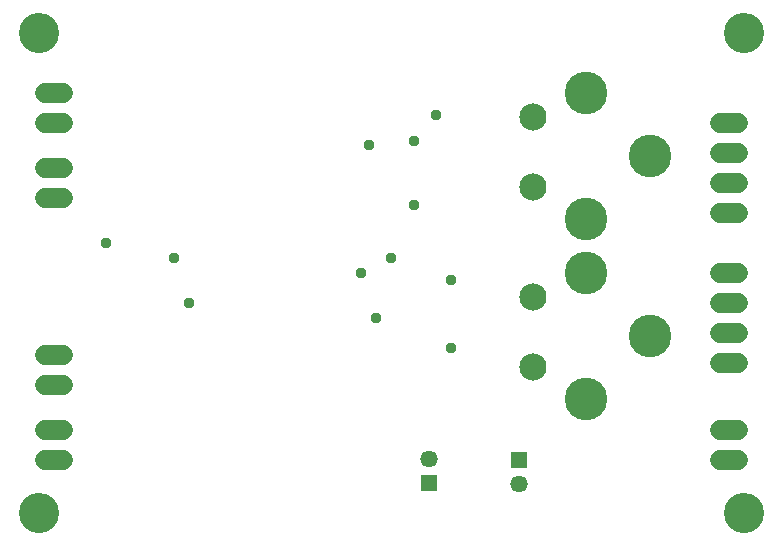
<source format=gbr>
G04 EAGLE Gerber RS-274X export*
G75*
%MOMM*%
%FSLAX34Y34*%
%LPD*%
%INSoldermask Bottom*%
%IPPOS*%
%AMOC8*
5,1,8,0,0,1.08239X$1,22.5*%
G01*
%ADD10C,3.403200*%
%ADD11R,1.461200X1.461200*%
%ADD12C,1.461200*%
%ADD13C,2.303200*%
%ADD14C,3.603200*%
%ADD15C,1.711200*%
%ADD16C,0.959600*%


D10*
X25400Y419100D03*
X622300Y12700D03*
X25400Y12700D03*
X622300Y419100D03*
D11*
X431800Y57150D03*
D12*
X431800Y37150D03*
D11*
X355600Y38100D03*
D12*
X355600Y58100D03*
D13*
X443950Y288300D03*
D14*
X488950Y261300D03*
X542950Y314800D03*
X488950Y368300D03*
D13*
X443950Y348300D03*
X443950Y135900D03*
D14*
X488950Y108900D03*
X542950Y162400D03*
X488950Y215900D03*
D13*
X443950Y195900D03*
D15*
X45640Y279400D02*
X30560Y279400D01*
X30560Y304800D02*
X45640Y304800D01*
X45640Y342900D02*
X30560Y342900D01*
X30560Y368300D02*
X45640Y368300D01*
X45640Y120650D02*
X30560Y120650D01*
X30560Y146050D02*
X45640Y146050D01*
X45640Y57150D02*
X30560Y57150D01*
X30560Y82550D02*
X45640Y82550D01*
X602060Y82550D02*
X617140Y82550D01*
X617140Y57150D02*
X602060Y57150D01*
X602060Y215900D02*
X617140Y215900D01*
X617140Y190500D02*
X602060Y190500D01*
X602060Y165100D02*
X617140Y165100D01*
X617140Y139700D02*
X602060Y139700D01*
X602060Y342900D02*
X617140Y342900D01*
X617140Y317500D02*
X602060Y317500D01*
X602060Y292100D02*
X617140Y292100D01*
X617140Y266700D02*
X602060Y266700D01*
D16*
X139700Y228600D03*
X152400Y190500D03*
X82550Y241300D03*
X323850Y228600D03*
X374650Y152400D03*
X311150Y177800D03*
X298450Y215900D03*
X304800Y323850D03*
X374650Y209550D03*
X342900Y273685D03*
X342900Y327660D03*
X361950Y349250D03*
M02*

</source>
